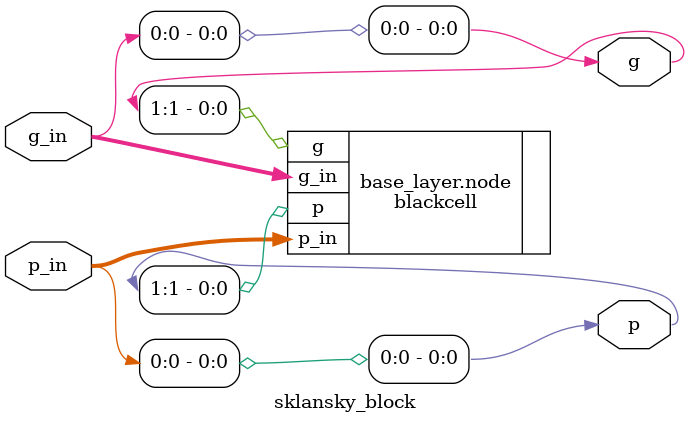
<source format=sv>
module sklansky_block #(
  parameter WIDTH = 2
) (
  input  logic [WIDTH-1:0] g_in, p_in,
  output logic [WIDTH-1:0] g, p
);

  genvar i;
  generate
    if (WIDTH > 2) begin : recurse_add_layer
      // New layer, new layer-specific interconect network
      logic [WIDTH-1:0] g_l, p_l;

      // Generate parent layers
      sklansky_block #(WIDTH/2) upper_parent (
        .g_in(g_in[WIDTH-1:WIDTH/2]),
        .p_in(p_in[WIDTH-1:WIDTH/2]),
        .g(g_l[WIDTH-1:WIDTH/2]),
        .p(p_l[WIDTH-1:WIDTH/2])
      );
      sklansky_block #(WIDTH/2) lower_parent (
        .g_in(g_in[WIDTH/2-1:0]),
        .p_in(p_in[WIDTH/2-1:0]),
        .g(g_l[WIDTH/2-1:0]),
        .p(p_l[WIDTH/2-1:0])
      );

      // Generate this layer's blackcells
      // - upper half get blackcells with RHS connected to top bit of lower half
      for (i=WIDTH/2; i<WIDTH; i+=1) begin
        blackcell upper_node (
          .g_in({g_l[i], g_l[WIDTH/2-1]}),
          .p_in({p_l[i], p_l[WIDTH/2-1]}),
          .g(g[i]),
          .p(p[i])
        );
      end
      // - lower half get assigns/buffers
      for (i=0; i<WIDTH/2; i+=1) begin
        assign g[i] = g_l[i];
        assign p[i] = p_l[i];
      end
    end else begin : base_layer
      // Use the basic sklansky block
      blackcell node (
        .g_in(g_in[1:0]),
        .p_in(p_in[1:0]),
        .g(g[1]),
        .p(p[1])
      );

      // TODO: should these be replaced with buffers? i.e. buf({g_in[0], p_in[0]}, {g[0], p[0]})
      assign g[0] = g_in[0];
      assign p[0] = p_in[0];
    end
  endgenerate

endmodule

</source>
